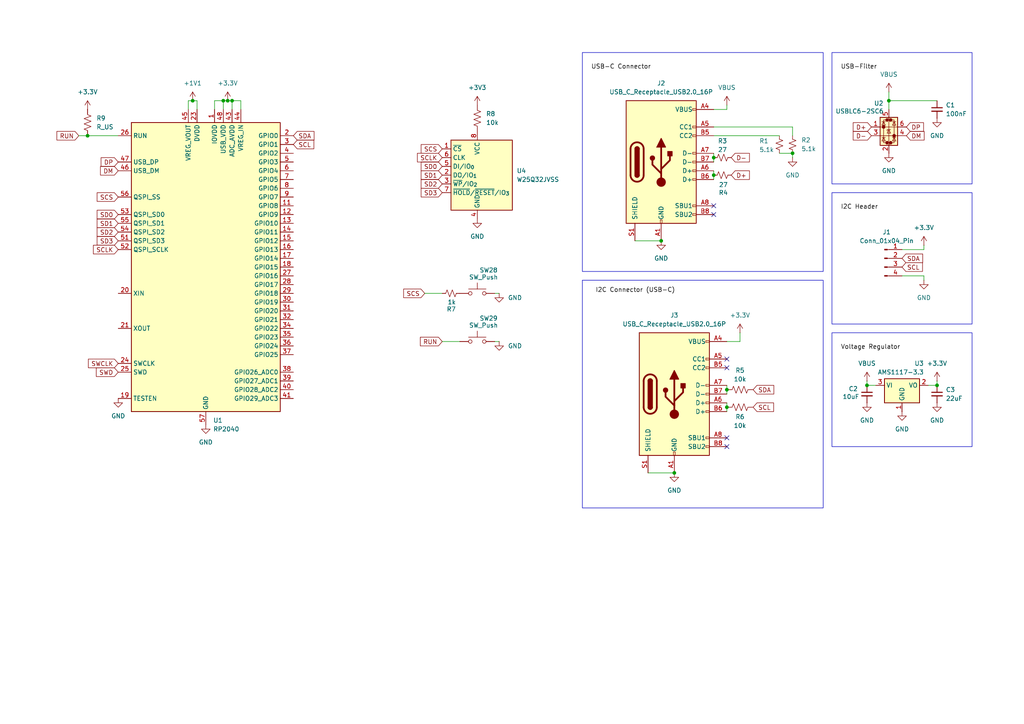
<source format=kicad_sch>
(kicad_sch (version 20250114) (generator "eeschema") (generator_version "9.0")
  (paper "A4")
  (lib_symbols
    (symbol "Connector:Conn_01x04_Pin" (pin_names (offset 1.016) (hide yes))
      (property "Reference" "J" (at 0 5.08 0))
      (property "Value" "Conn_01x04_Pin" (at 0 -7.62 0))
      (symbol "Conn_01x04_Pin_1_1"
        (rectangle (start 0.8636 2.667) (end 0 2.413) (stroke (width 0.1524)) (fill (type outline)))
        (rectangle (start 0.8636 0.127) (end 0 -0.127) (stroke (width 0.1524)) (fill (type outline)))
        (rectangle (start 0.8636 -2.413) (end 0 -2.667) (stroke (width 0.1524)) (fill (type outline)))
        (rectangle (start 0.8636 -4.953) (end 0 -5.207) (stroke (width 0.1524)) (fill (type outline)))
        (polyline (pts (xy 1.27 2.54) (xy 0.8636 2.54)) (stroke (width 0.1524)))
        (polyline (pts (xy 1.27 0) (xy 0.8636 0)) (stroke (width 0.1524)))
        (polyline (pts (xy 1.27 -2.54) (xy 0.8636 -2.54)) (stroke (width 0.1524)))
        (polyline (pts (xy 1.27 -5.08) (xy 0.8636 -5.08)) (stroke (width 0.1524)))
        (pin passive line (at 5.08 2.54 180) (length 3.81) (name "Pin_1") (number "1"))
        (pin passive line (at 5.08 0 180) (length 3.81) (name "Pin_2") (number "2"))
        (pin passive line (at 5.08 -2.54 180) (length 3.81) (name "Pin_3") (number "3"))
        (pin passive line (at 5.08 -5.08 180) (length 3.81) (name "Pin_4") (number "4"))
      )
    )
    (symbol "Connector:USB_C_Receptacle_USB2.0_16P" (pin_names (offset 1.016))
      (property "Reference" "J" (at 0 22.225 0))
      (property "Value" "USB_C_Receptacle_USB2.0_16P" (at 0 19.685 0))
      (symbol "USB_C_Receptacle_USB2.0_16P_0_0"
        (rectangle (start -0.254 -17.78) (end 0.254 -16.764))
        (rectangle (start 10.16 15.494) (end 9.144 14.986))
        (rectangle (start 10.16 10.414) (end 9.144 9.906))
        (rectangle (start 10.16 7.874) (end 9.144 7.366))
        (rectangle (start 10.16 2.794) (end 9.144 2.286))
        (rectangle (start 10.16 0.254) (end 9.144 -0.254))
        (rectangle (start 10.16 -2.286) (end 9.144 -2.794))
        (rectangle (start 10.16 -4.826) (end 9.144 -5.334))
        (rectangle (start 10.16 -12.446) (end 9.144 -12.954))
        (rectangle (start 10.16 -14.986) (end 9.144 -15.494))
      )
      (symbol "USB_C_Receptacle_USB2.0_16P_0_1"
        (rectangle (start -10.16 17.78) (end 10.16 -17.78) (stroke (width 0.254)) (fill (type background)))
        (polyline (pts (xy -8.89 -3.81) (xy -8.89 3.81)) (stroke (width 0.508)))
        (rectangle (start -7.62 -3.81) (end -6.35 3.81) (stroke (width 0.254)) (fill (type outline)))
        (arc (start -7.62 3.81) (mid -6.985 4.4423) (end -6.35 3.81) (stroke (width 0.254)))
        (arc (start -7.62 3.81) (mid -6.985 4.4423) (end -6.35 3.81) (stroke (width 0.254)) (fill (type outline)))
        (arc (start -8.89 3.81) (mid -6.985 5.7067) (end -5.08 3.81) (stroke (width 0.508)))
        (arc (start -5.08 -3.81) (mid -6.985 -5.7067) (end -8.89 -3.81) (stroke (width 0.508)))
        (arc (start -6.35 -3.81) (mid -6.985 -4.4423) (end -7.62 -3.81) (stroke (width 0.254)))
        (arc (start -6.35 -3.81) (mid -6.985 -4.4423) (end -7.62 -3.81) (stroke (width 0.254)) (fill (type outline)))
        (polyline (pts (xy -5.08 3.81) (xy -5.08 -3.81)) (stroke (width 0.508)))
        (circle (center -2.54 1.143) (radius 0.635) (stroke (width 0.254)) (fill (type outline)))
        (polyline (pts (xy -1.27 4.318) (xy 0 6.858) (xy 1.27 4.318) (xy -1.27 4.318)) (stroke (width 0.254)) (fill (type outline)))
        (polyline (pts (xy 0 -2.032) (xy 2.54 0.508) (xy 2.54 1.778)) (stroke (width 0.508)))
        (polyline (pts (xy 0 -3.302) (xy -2.54 -0.762) (xy -2.54 0.508)) (stroke (width 0.508)))
        (polyline (pts (xy 0 -5.842) (xy 0 4.318)) (stroke (width 0.508)))
        (circle (center 0 -5.842) (radius 1.27) (fill (type outline)))
        (rectangle (start 1.905 1.778) (end 3.175 3.048) (stroke (width 0.254)) (fill (type outline)))
      )
      (symbol "USB_C_Receptacle_USB2.0_16P_1_1"
        (pin passive line (at -7.62 -22.86 90) (length 5.08) (name "SHIELD") (number "S1"))
        (pin passive line (at 0 -22.86 90) (length 5.08) (name "GND") (number "A1"))
        (pin passive line (at 0 -22.86 90) (length 5.08) (hide yes) (name "GND") (number "A12"))
        (pin passive line (at 0 -22.86 90) (length 5.08) (hide yes) (name "GND") (number "B1"))
        (pin passive line (at 0 -22.86 90) (length 5.08) (hide yes) (name "GND") (number "B12"))
        (pin passive line (at 15.24 15.24 180) (length 5.08) (name "VBUS") (number "A4"))
        (pin passive line (at 15.24 15.24 180) (length 5.08) (hide yes) (name "VBUS") (number "A9"))
        (pin passive line (at 15.24 15.24 180) (length 5.08) (hide yes) (name "VBUS") (number "B4"))
        (pin passive line (at 15.24 15.24 180) (length 5.08) (hide yes) (name "VBUS") (number "B9"))
        (pin bidirectional line (at 15.24 10.16 180) (length 5.08) (name "CC1") (number "A5"))
        (pin bidirectional line (at 15.24 7.62 180) (length 5.08) (name "CC2") (number "B5"))
        (pin bidirectional line (at 15.24 2.54 180) (length 5.08) (name "D-") (number "A7"))
        (pin bidirectional line (at 15.24 0 180) (length 5.08) (name "D-") (number "B7"))
        (pin bidirectional line (at 15.24 -2.54 180) (length 5.08) (name "D+") (number "A6"))
        (pin bidirectional line (at 15.24 -5.08 180) (length 5.08) (name "D+") (number "B6"))
        (pin bidirectional line (at 15.24 -12.7 180) (length 5.08) (name "SBU1") (number "A8"))
        (pin bidirectional line (at 15.24 -15.24 180) (length 5.08) (name "SBU2") (number "B8"))
      )
    )
    (symbol "Device:C_Small" (pin_numbers (hide yes)) (pin_names (offset 0.254) (hide yes))
      (property "Reference" "C" (at 0.254 1.778 0))
      (property "Value" "C_Small" (at 0.254 -2.032 0))
      (symbol "C_Small_0_1"
        (polyline (pts (xy -1.524 0.508) (xy 1.524 0.508)) (stroke (width 0.3048)))
        (polyline (pts (xy -1.524 -0.508) (xy 1.524 -0.508)) (stroke (width 0.3302)))
      )
      (symbol "C_Small_1_1"
        (pin passive line (at 0 2.54 270) (length 2.032) (name "~") (number "1"))
        (pin passive line (at 0 -2.54 90) (length 2.032) (name "~") (number "2"))
      )
    )
    (symbol "Device:R_Small_US" (pin_numbers (hide yes)) (pin_names (offset 0.254) (hide yes))
      (property "Reference" "R" (at 0.762 0.508 0))
      (property "Value" "R_Small_US" (at 0.762 -1.016 0))
      (symbol "R_Small_US_1_1"
        (polyline (pts (xy 0 1.524) (xy 1.016 1.143) (xy 0 0.762) (xy -1.016 0.381) (xy 0 0)))
        (polyline (pts (xy 0 0) (xy 1.016 -0.381) (xy 0 -0.762) (xy -1.016 -1.143) (xy 0 -1.524)))
        (pin passive line (at 0 2.54 270) (length 1.016) (name "~") (number "1"))
        (pin passive line (at 0 -2.54 90) (length 1.016) (name "~") (number "2"))
      )
    )
    (symbol "Device:R_US" (pin_numbers (hide yes)) (pin_names (offset 0))
      (property "Reference" "R" (at 2.54 0 90))
      (property "Value" "R_US" (at -2.54 0 90))
      (symbol "R_US_0_1"
        (polyline (pts (xy 0 2.286) (xy 0 2.54)))
        (polyline (pts (xy 0 2.286) (xy 1.016 1.905) (xy 0 1.524) (xy -1.016 1.143) (xy 0 0.762)))
        (polyline (pts (xy 0 0.762) (xy 1.016 0.381) (xy 0 0) (xy -1.016 -0.381) (xy 0 -0.762)))
        (polyline (pts (xy 0 -0.762) (xy 1.016 -1.143) (xy 0 -1.524) (xy -1.016 -1.905) (xy 0 -2.286)))
        (polyline (pts (xy 0 -2.286) (xy 0 -2.54)))
      )
      (symbol "R_US_1_1"
        (pin passive line (at 0 3.81 270) (length 1.27) (name "~") (number "1"))
        (pin passive line (at 0 -3.81 90) (length 1.27) (name "~") (number "2"))
      )
    )
    (symbol "MCU_RaspberryPi:RP2040"
      (property "Reference" "U" (at 17.78 45.72 0))
      (property "Value" "RP2040" (at 17.78 43.18 0))
      (symbol "RP2040_0_1"
        (rectangle (start -21.59 41.91) (end 21.59 -41.91) (stroke (width 0.254)) (fill (type background)))
      )
      (symbol "RP2040_1_1"
        (pin input line (at -25.4 38.1 0) (length 3.81) (name "RUN") (number "26"))
        (pin bidirectional line (at -25.4 30.48 0) (length 3.81) (name "USB_DP") (number "47"))
        (pin bidirectional line (at -25.4 27.94 0) (length 3.81) (name "USB_DM") (number "46"))
        (pin bidirectional line (at -25.4 20.32 0) (length 3.81) (name "QSPI_SS") (number "56"))
        (pin bidirectional line (at -25.4 15.24 0) (length 3.81) (name "QSPI_SD0") (number "53"))
        (pin bidirectional line (at -25.4 12.7 0) (length 3.81) (name "QSPI_SD1") (number "55"))
        (pin bidirectional line (at -25.4 10.16 0) (length 3.81) (name "QSPI_SD2") (number "54"))
        (pin bidirectional line (at -25.4 7.62 0) (length 3.81) (name "QSPI_SD3") (number "51"))
        (pin output line (at -25.4 5.08 0) (length 3.81) (name "QSPI_SCLK") (number "52"))
        (pin input line (at -25.4 -7.62 0) (length 3.81) (name "XIN") (number "20"))
        (pin passive line (at -25.4 -17.78 0) (length 3.81) (name "XOUT") (number "21"))
        (pin input line (at -25.4 -27.94 0) (length 3.81) (name "SWCLK") (number "24"))
        (pin bidirectional line (at -25.4 -30.48 0) (length 3.81) (name "SWD") (number "25"))
        (pin input line (at -25.4 -38.1 0) (length 3.81) (name "TESTEN") (number "19"))
        (pin power_out line (at -5.08 45.72 270) (length 3.81) (name "VREG_VOUT") (number "45"))
        (pin power_in line (at -2.54 45.72 270) (length 3.81) (name "DVDD") (number "23"))
        (pin passive line (at -2.54 45.72 270) (length 3.81) (hide yes) (name "DVDD") (number "50"))
        (pin power_in line (at 0 -45.72 90) (length 3.81) (name "GND") (number "57"))
        (pin power_in line (at 2.54 45.72 270) (length 3.81) (name "IOVDD") (number "1"))
        (pin passive line (at 2.54 45.72 270) (length 3.81) (hide yes) (name "IOVDD") (number "10"))
        (pin passive line (at 2.54 45.72 270) (length 3.81) (hide yes) (name "IOVDD") (number "22"))
        (pin passive line (at 2.54 45.72 270) (length 3.81) (hide yes) (name "IOVDD") (number "33"))
        (pin passive line (at 2.54 45.72 270) (length 3.81) (hide yes) (name "IOVDD") (number "42"))
        (pin passive line (at 2.54 45.72 270) (length 3.81) (hide yes) (name "IOVDD") (number "49"))
        (pin power_in line (at 5.08 45.72 270) (length 3.81) (name "USB_VDD") (number "48"))
        (pin power_in line (at 7.62 45.72 270) (length 3.81) (name "ADC_AVDD") (number "43"))
        (pin power_in line (at 10.16 45.72 270) (length 3.81) (name "VREG_IN") (number "44"))
        (pin bidirectional line (at 25.4 38.1 180) (length 3.81) (name "GPIO0") (number "2"))
        (pin bidirectional line (at 25.4 35.56 180) (length 3.81) (name "GPIO1") (number "3"))
        (pin bidirectional line (at 25.4 33.02 180) (length 3.81) (name "GPIO2") (number "4"))
        (pin bidirectional line (at 25.4 30.48 180) (length 3.81) (name "GPIO3") (number "5"))
        (pin bidirectional line (at 25.4 27.94 180) (length 3.81) (name "GPIO4") (number "6"))
        (pin bidirectional line (at 25.4 25.4 180) (length 3.81) (name "GPIO5") (number "7"))
        (pin bidirectional line (at 25.4 22.86 180) (length 3.81) (name "GPIO6") (number "8"))
        (pin bidirectional line (at 25.4 20.32 180) (length 3.81) (name "GPIO7") (number "9"))
        (pin bidirectional line (at 25.4 17.78 180) (length 3.81) (name "GPIO8") (number "11"))
        (pin bidirectional line (at 25.4 15.24 180) (length 3.81) (name "GPIO9") (number "12"))
        (pin bidirectional line (at 25.4 12.7 180) (length 3.81) (name "GPIO10") (number "13"))
        (pin bidirectional line (at 25.4 10.16 180) (length 3.81) (name "GPIO11") (number "14"))
        (pin bidirectional line (at 25.4 7.62 180) (length 3.81) (name "GPIO12") (number "15"))
        (pin bidirectional line (at 25.4 5.08 180) (length 3.81) (name "GPIO13") (number "16"))
        (pin bidirectional line (at 25.4 2.54 180) (length 3.81) (name "GPIO14") (number "17"))
        (pin bidirectional line (at 25.4 0 180) (length 3.81) (name "GPIO15") (number "18"))
        (pin bidirectional line (at 25.4 -2.54 180) (length 3.81) (name "GPIO16") (number "27"))
        (pin bidirectional line (at 25.4 -5.08 180) (length 3.81) (name "GPIO17") (number "28"))
        (pin bidirectional line (at 25.4 -7.62 180) (length 3.81) (name "GPIO18") (number "29"))
        (pin bidirectional line (at 25.4 -10.16 180) (length 3.81) (name "GPIO19") (number "30"))
        (pin bidirectional line (at 25.4 -12.7 180) (length 3.81) (name "GPIO20") (number "31"))
        (pin bidirectional line (at 25.4 -15.24 180) (length 3.81) (name "GPIO21") (number "32"))
        (pin bidirectional line (at 25.4 -17.78 180) (length 3.81) (name "GPIO22") (number "34"))
        (pin bidirectional line (at 25.4 -20.32 180) (length 3.81) (name "GPIO23") (number "35"))
        (pin bidirectional line (at 25.4 -22.86 180) (length 3.81) (name "GPIO24") (number "36"))
        (pin bidirectional line (at 25.4 -25.4 180) (length 3.81) (name "GPIO25") (number "37"))
        (pin bidirectional line (at 25.4 -30.48 180) (length 3.81) (name "GPIO26_ADC0") (number "38"))
        (pin bidirectional line (at 25.4 -33.02 180) (length 3.81) (name "GPIO27_ADC1") (number "39"))
        (pin bidirectional line (at 25.4 -35.56 180) (length 3.81) (name "GPIO28_ADC2") (number "40"))
        (pin bidirectional line (at 25.4 -38.1 180) (length 3.81) (name "GPIO29_ADC3") (number "41"))
      )
    )
    (symbol "Memory_Flash:W25Q32JVSS"
      (property "Reference" "U" (at -6.35 11.43 0))
      (property "Value" "W25Q32JVSS" (at 7.62 11.43 0))
      (symbol "W25Q32JVSS_0_1"
        (rectangle (start -7.62 10.16) (end 10.16 -10.16) (stroke (width 0.254)) (fill (type background)))
      )
      (symbol "W25Q32JVSS_1_1"
        (pin input line (at -10.16 7.62 0) (length 2.54) (name "~{CS}") (number "1"))
        (pin input line (at -10.16 5.08 0) (length 2.54) (name "CLK") (number "6"))
        (pin bidirectional line (at -10.16 2.54 0) (length 2.54) (name "DI/IO_{0}") (number "5"))
        (pin bidirectional line (at -10.16 0 0) (length 2.54) (name "DO/IO_{1}") (number "2"))
        (pin bidirectional line (at -10.16 -2.54 0) (length 2.54) (name "~{WP}/IO_{2}") (number "3"))
        (pin bidirectional line (at -10.16 -5.08 0) (length 2.54) (name "~{HOLD}/~{RESET}/IO_{3}") (number "7"))
        (pin power_in line (at 0 12.7 270) (length 2.54) (name "VCC") (number "8"))
        (pin power_in line (at 0 -12.7 90) (length 2.54) (name "GND") (number "4"))
      )
    )
    (symbol "Power_Protection:USBLC6-2SC6" (pin_names (hide yes))
      (property "Reference" "U" (at 0.635 5.715 0))
      (property "Value" "USBLC6-2SC6" (at 0.635 3.81 0))
      (symbol "USBLC6-2SC6_0_0"
        (circle (center -1.524 0) (radius 0.0001) (stroke (width 0.508)))
        (circle (center -0.508 2.032) (radius 0.0001) (stroke (width 0.508)))
        (circle (center -0.508 -4.572) (radius 0.0001) (stroke (width 0.508)))
        (circle (center 0.508 2.032) (radius 0.0001) (stroke (width 0.508)))
        (circle (center 0.508 -4.572) (radius 0.0001) (stroke (width 0.508)))
        (circle (center 1.524 -2.54) (radius 0.0001) (stroke (width 0.508)))
      )
      (symbol "USBLC6-2SC6_0_1"
        (polyline (pts (xy -2.54 0) (xy 2.54 0)))
        (polyline (pts (xy -2.54 -2.54) (xy 2.54 -2.54)))
        (polyline (pts (xy -2.032 0.508) (xy -1.016 0.508) (xy -1.524 1.524) (xy -2.032 0.508)))
        (polyline (pts (xy -2.032 -3.048) (xy -1.016 -3.048)))
        (polyline (pts (xy -1.016 1.524) (xy -2.032 1.524)))
        (polyline (pts (xy -1.016 -4.064) (xy -2.032 -4.064) (xy -1.524 -3.048) (xy -1.016 -4.064)))
        (polyline (pts (xy -0.508 -1.143) (xy -0.508 -0.762) (xy 0.508 -0.762)))
        (polyline (pts (xy 0 2.54) (xy -0.508 2.032) (xy 0.508 2.032) (xy 0 1.524) (xy 0 -4.064) (xy -0.508 -4.572) (xy 0.508 -4.572) (xy 0 -5.08)))
        (polyline (pts (xy 0.508 -1.778) (xy -0.508 -1.778) (xy 0 -0.762) (xy 0.508 -1.778)))
        (polyline (pts (xy 1.016 1.524) (xy 2.032 1.524)))
        (polyline (pts (xy 1.016 -3.048) (xy 2.032 -3.048)))
        (polyline (pts (xy 2.032 0.508) (xy 1.016 0.508) (xy 1.524 1.524) (xy 2.032 0.508)))
        (polyline (pts (xy 2.032 -4.064) (xy 1.016 -4.064) (xy 1.524 -3.048) (xy 2.032 -4.064)))
      )
      (symbol "USBLC6-2SC6_1_1"
        (rectangle (start -2.54 2.794) (end 2.54 -5.334) (stroke (width 0.254)) (fill (type background)))
        (polyline (pts (xy -0.508 2.032) (xy -1.524 2.032) (xy -1.524 -4.572) (xy -0.508 -4.572)))
        (polyline (pts (xy 0.508 -4.572) (xy 1.524 -4.572) (xy 1.524 2.032) (xy 0.508 2.032)))
        (pin passive line (at -5.08 0 0) (length 2.54) (name "I/O1") (number "1"))
        (pin passive line (at -5.08 -2.54 0) (length 2.54) (name "I/O2") (number "3"))
        (pin passive line (at 0 5.08 270) (length 2.54) (name "VBUS") (number "5"))
        (pin passive line (at 0 -7.62 90) (length 2.54) (name "GND") (number "2"))
        (pin passive line (at 5.08 0 180) (length 2.54) (name "I/O1") (number "6"))
        (pin passive line (at 5.08 -2.54 180) (length 2.54) (name "I/O2") (number "4"))
      )
    )
    (symbol "Regulator_Linear:AMS1117-3.3"
      (property "Reference" "U" (at -3.81 3.175 0))
      (property "Value" "AMS1117-3.3" (at 0 3.175 0))
      (symbol "AMS1117-3.3_0_1"
        (rectangle (start -5.08 -5.08) (end 5.08 1.905) (stroke (width 0.254)) (fill (type background)))
      )
      (symbol "AMS1117-3.3_1_1"
        (pin power_in line (at -7.62 0 0) (length 2.54) (name "VI") (number "3"))
        (pin power_in line (at 0 -7.62 90) (length 2.54) (name "GND") (number "1"))
        (pin power_out line (at 7.62 0 180) (length 2.54) (name "VO") (number "2"))
      )
    )
    (symbol "Switch:SW_Push" (pin_numbers (hide yes)) (pin_names (offset 1.016) (hide yes))
      (property "Reference" "SW" (at 1.27 2.54 0))
      (property "Value" "SW_Push" (at 0 -1.524 0))
      (symbol "SW_Push_0_1"
        (circle (center -2.032 0) (radius 0.508))
        (polyline (pts (xy 0 1.27) (xy 0 3.048)))
        (circle (center 2.032 0) (radius 0.508))
        (polyline (pts (xy 2.54 1.27) (xy -2.54 1.27)))
        (pin passive line (at -5.08 0 0) (length 2.54) (name "1") (number "1"))
        (pin passive line (at 5.08 0 180) (length 2.54) (name "2") (number "2"))
      )
    )
    (symbol "power:+1V1" (power) (pin_numbers (hide yes)) (pin_names (offset 0) (hide yes))
      (property "Value" "+1V1" (at 0 3.556 0))
      (symbol "+1V1_0_1"
        (polyline (pts (xy -0.762 1.27) (xy 0 2.54)))
        (polyline (pts (xy 0 2.54) (xy 0.762 1.27)))
        (polyline (pts (xy 0 0) (xy 0 2.54)))
      )
      (symbol "+1V1_1_1"
        (pin power_in line (at 0 0 90) (length 0) (name "~") (number "1"))
      )
    )
    (symbol "power:+3.3V" (power) (pin_numbers (hide yes)) (pin_names (offset 0) (hide yes))
      (property "Value" "+3.3V" (at 0 3.556 0))
      (symbol "+3.3V_0_1"
        (polyline (pts (xy -0.762 1.27) (xy 0 2.54)))
        (polyline (pts (xy 0 2.54) (xy 0.762 1.27)))
        (polyline (pts (xy 0 0) (xy 0 2.54)))
      )
      (symbol "+3.3V_1_1"
        (pin power_in line (at 0 0 90) (length 0) (name "~") (number "1"))
      )
    )
    (symbol "power:+3V3" (power) (pin_numbers (hide yes)) (pin_names (offset 0) (hide yes))
      (property "Value" "+3V3" (at 0 3.556 0))
      (symbol "+3V3_0_1"
        (polyline (pts (xy -0.762 1.27) (xy 0 2.54)))
        (polyline (pts (xy 0 2.54) (xy 0.762 1.27)))
        (polyline (pts (xy 0 0) (xy 0 2.54)))
      )
      (symbol "+3V3_1_1"
        (pin power_in line (at 0 0 90) (length 0) (name "~") (number "1"))
      )
    )
    (symbol "power:GND" (power) (pin_numbers (hide yes)) (pin_names (offset 0) (hide yes))
      (property "Value" "GND" (at 0 -3.81 0))
      (symbol "GND_0_1"
        (polyline (pts (xy 0 0) (xy 0 -1.27) (xy 1.27 -1.27) (xy 0 -2.54) (xy -1.27 -1.27) (xy 0 -1.27)))
      )
      (symbol "GND_1_1"
        (pin power_in line (at 0 0 270) (length 0) (name "~") (number "1"))
      )
    )
    (symbol "power:VBUS" (power) (pin_numbers (hide yes)) (pin_names (offset 0) (hide yes))
      (property "Value" "VBUS" (at 0 3.556 0))
      (symbol "VBUS_0_1"
        (polyline (pts (xy -0.762 1.27) (xy 0 2.54)))
        (polyline (pts (xy 0 2.54) (xy 0.762 1.27)))
        (polyline (pts (xy 0 0) (xy 0 2.54)))
      )
      (symbol "VBUS_1_1"
        (pin power_in line (at 0 0 90) (length 0) (name "~") (number "1"))
      )
    )
  )
  (rectangle (start 168.91 15.24) (end 238.76 78.74))
  (rectangle (start 168.91 81.28) (end 238.76 147.32))
  (rectangle (start 241.3 55.88) (end 281.94 93.98))
  (rectangle (start 241.3 96.52) (end 281.94 129.54))
  (rectangle (start 241.3 15.24) (end 281.94 53.34))
  (junction (at 251.46 111.76))
  (junction (at 25.4 39.37))
  (junction (at 210.82 118.11))
  (junction (at 229.87 44.45))
  (junction (at 210.82 113.03))
  (junction (at 67.31 29.21))
  (junction (at 66.04 29.21))
  (junction (at 257.81 29.21))
  (junction (at 191.77 69.85))
  (junction (at 195.58 137.16))
  (junction (at 64.77 29.21))
  (junction (at 271.78 111.76))
  (junction (at 207.01 45.72))
  (junction (at 207.01 50.8))
  (junction (at 55.88 29.21))
  (no_connect (at 207.01 62.23))
  (no_connect (at 210.82 106.68))
  (no_connect (at 207.01 59.69))
  (no_connect (at 210.82 129.54))
  (no_connect (at 210.82 127))
  (no_connect (at 210.82 104.14))
  (wire (pts (xy 207.01 31.75) (xy 210.82 31.75)))
  (wire (pts (xy 184.15 69.85) (xy 191.77 69.85)))
  (wire (pts (xy 144.78 85.09) (xy 143.51 85.09)))
  (wire (pts (xy 257.81 29.21) (xy 257.81 31.75)))
  (wire (pts (xy 229.87 44.45) (xy 226.06 44.45)))
  (wire (pts (xy 257.81 26.67) (xy 257.81 29.21)))
  (wire (pts (xy 187.96 137.16) (xy 195.58 137.16)))
  (wire (pts (xy 261.62 80.01) (xy 267.97 80.01)))
  (wire (pts (xy 57.15 29.21) (xy 57.15 31.75)))
  (wire (pts (xy 214.63 99.06) (xy 214.63 96.52)))
  (wire (pts (xy 229.87 45.72) (xy 229.87 44.45)))
  (wire (pts (xy 269.24 111.76) (xy 271.78 111.76)))
  (wire (pts (xy 62.23 29.21) (xy 64.77 29.21)))
  (wire (pts (xy 210.82 118.11) (xy 210.82 119.38)))
  (wire (pts (xy 267.97 80.01) (xy 267.97 81.28)))
  (wire (pts (xy 271.78 110.49) (xy 271.78 111.76)))
  (wire (pts (xy 67.31 29.21) (xy 69.85 29.21)))
  (wire (pts (xy 69.85 31.75) (xy 69.85 29.21)))
  (wire (pts (xy 55.88 29.21) (xy 57.15 29.21)))
  (wire (pts (xy 144.78 99.06) (xy 143.51 99.06)))
  (wire (pts (xy 123.19 85.09) (xy 128.27 85.09)))
  (wire (pts (xy 210.82 113.03) (xy 210.82 114.3)))
  (wire (pts (xy 251.46 110.49) (xy 251.46 111.76)))
  (wire (pts (xy 207.01 49.53) (xy 207.01 50.8)))
  (wire (pts (xy 207.01 45.72) (xy 207.01 46.99)))
  (wire (pts (xy 229.87 36.83) (xy 229.87 39.37)))
  (wire (pts (xy 66.04 29.21) (xy 67.31 29.21)))
  (wire (pts (xy 257.81 29.21) (xy 271.78 29.21)))
  (wire (pts (xy 267.97 72.39) (xy 267.97 71.12)))
  (wire (pts (xy 261.62 72.39) (xy 267.97 72.39)))
  (wire (pts (xy 207.01 50.8) (xy 207.01 52.07)))
  (wire (pts (xy 128.27 99.06) (xy 133.35 99.06)))
  (wire (pts (xy 25.4 39.37) (xy 34.29 39.37)))
  (wire (pts (xy 22.86 39.37) (xy 25.4 39.37)))
  (wire (pts (xy 207.01 39.37) (xy 226.06 39.37)))
  (wire (pts (xy 210.82 99.06) (xy 214.63 99.06)))
  (wire (pts (xy 62.23 31.75) (xy 62.23 29.21)))
  (wire (pts (xy 67.31 29.21) (xy 67.31 31.75)))
  (wire (pts (xy 207.01 44.45) (xy 207.01 45.72)))
  (wire (pts (xy 210.82 31.75) (xy 210.82 30.48)))
  (wire (pts (xy 207.01 36.83) (xy 229.87 36.83)))
  (wire (pts (xy 210.82 111.76) (xy 210.82 113.03)))
  (wire (pts (xy 251.46 111.76) (xy 254 111.76)))
  (wire (pts (xy 64.77 29.21) (xy 66.04 29.21)))
  (wire (pts (xy 64.77 29.21) (xy 64.77 31.75)))
  (wire (pts (xy 54.61 29.21) (xy 55.88 29.21)))
  (wire (pts (xy 54.61 31.75) (xy 54.61 29.21)))
  (wire (pts (xy 210.82 116.84) (xy 210.82 118.11)))
  (label "I2C Header" (at 243.84 60.96 0))
  (label "USB-C Connector" (at 171.45 20.32 0))
  (label "I2C Connector (USB-C)" (at 172.72 85.09 0))
  (label "Voltage Regulator" (at 243.84 101.6 0))
  (label "USB-Filter" (at 243.84 20.32 0))
  (global_label "D-" (shape input) (at 212.09 45.72 0) (property "Intersheetrefs" "${INTERSHEET_REFS}" (effects (hide yes))))
  (global_label "SD0" (shape input) (at 34.29 62.23 180) (property "Intersheetrefs" "${INTERSHEET_REFS}" (effects (hide yes))))
  (global_label "D+" (shape input) (at 212.09 50.8 0) (property "Intersheetrefs" "${INTERSHEET_REFS}" (effects (hide yes))))
  (global_label "DP" (shape input) (at 34.29 46.99 180) (property "Intersheetrefs" "${INTERSHEET_REFS}" (effects (hide yes))))
  (global_label "SCLK" (shape input) (at 34.29 72.39 180) (property "Intersheetrefs" "${INTERSHEET_REFS}" (effects (hide yes))))
  (global_label "SCS" (shape input) (at 128.27 43.18 180) (property "Intersheetrefs" "${INTERSHEET_REFS}" (effects (hide yes))))
  (global_label "SD3" (shape input) (at 128.27 55.88 180) (property "Intersheetrefs" "${INTERSHEET_REFS}" (effects (hide yes))))
  (global_label "SCL" (shape input) (at 261.62 77.47 0) (property "Intersheetrefs" "${INTERSHEET_REFS}" (effects (hide yes))))
  (global_label "SDA" (shape input) (at 85.09 39.37 0) (property "Intersheetrefs" "${INTERSHEET_REFS}" (effects (hide yes))))
  (global_label "SD1" (shape input) (at 128.27 50.8 180) (property "Intersheetrefs" "${INTERSHEET_REFS}" (effects (hide yes))))
  (global_label "RUN" (shape input) (at 128.27 99.06 180) (property "Intersheetrefs" "${INTERSHEET_REFS}" (effects (hide yes))))
  (global_label "SD0" (shape input) (at 128.27 48.26 180) (property "Intersheetrefs" "${INTERSHEET_REFS}" (effects (hide yes))))
  (global_label "SD2" (shape input) (at 128.27 53.34 180) (property "Intersheetrefs" "${INTERSHEET_REFS}" (effects (hide yes))))
  (global_label "SCS" (shape input) (at 34.29 57.15 180) (property "Intersheetrefs" "${INTERSHEET_REFS}" (effects (hide yes))))
  (global_label "DP" (shape input) (at 262.89 36.83 0) (property "Intersheetrefs" "${INTERSHEET_REFS}" (effects (hide yes))))
  (global_label "SCLK" (shape input) (at 128.27 45.72 180) (property "Intersheetrefs" "${INTERSHEET_REFS}" (effects (hide yes))))
  (global_label "SWCLK" (shape input) (at 34.29 105.41 180) (property "Intersheetrefs" "${INTERSHEET_REFS}" (effects (hide yes))))
  (global_label "SCL" (shape input) (at 85.09 41.91 0) (property "Intersheetrefs" "${INTERSHEET_REFS}" (effects (hide yes))))
  (global_label "DM" (shape input) (at 262.89 39.37 0) (property "Intersheetrefs" "${INTERSHEET_REFS}" (effects (hide yes))))
  (global_label "SDA" (shape input) (at 218.44 113.03 0) (property "Intersheetrefs" "${INTERSHEET_REFS}" (effects (hide yes))))
  (global_label "SWD" (shape input) (at 34.29 107.95 180) (property "Intersheetrefs" "${INTERSHEET_REFS}" (effects (hide yes))))
  (global_label "SD2" (shape input) (at 34.29 67.31 180) (property "Intersheetrefs" "${INTERSHEET_REFS}" (effects (hide yes))))
  (global_label "SD1" (shape input) (at 34.29 64.77 180) (property "Intersheetrefs" "${INTERSHEET_REFS}" (effects (hide yes))))
  (global_label "D+" (shape input) (at 252.73 36.83 180) (property "Intersheetrefs" "${INTERSHEET_REFS}" (effects (hide yes))))
  (global_label "SCS" (shape input) (at 123.19 85.09 180) (property "Intersheetrefs" "${INTERSHEET_REFS}" (effects (hide yes))))
  (global_label "RUN" (shape input) (at 22.86 39.37 180) (property "Intersheetrefs" "${INTERSHEET_REFS}" (effects (hide yes))))
  (global_label "D-" (shape input) (at 252.73 39.37 180) (property "Intersheetrefs" "${INTERSHEET_REFS}" (effects (hide yes))))
  (global_label "DM" (shape input) (at 34.29 49.53 180) (property "Intersheetrefs" "${INTERSHEET_REFS}" (effects (hide yes))))
  (global_label "SD3" (shape input) (at 34.29 69.85 180) (property "Intersheetrefs" "${INTERSHEET_REFS}" (effects (hide yes))))
  (global_label "SDA" (shape input) (at 261.62 74.93 0) (property "Intersheetrefs" "${INTERSHEET_REFS}" (effects (hide yes))))
  (global_label "SCL" (shape input) (at 218.44 118.11 0) (property "Intersheetrefs" "${INTERSHEET_REFS}" (effects (hide yes))))
  (symbol (lib_id "power:GND") (at 191.77 69.85 0) (unit 1)
    (property "Reference" "#PWR03" (effects (hide yes)))
    (property "Value" "GND" (at 191.77 74.93 0))
    (property "Description" "Power symbol creates a global label with name \"GND\" , ground" (effects (hide yes)))
  )
  (symbol (lib_id "Regulator_Linear:AMS1117-3.3") (at 261.62 111.76 0) (unit 1)
    (property "Reference" "U3" (at 267.97 105.41 0) (effects (justify right)))
    (property "Value" "AMS1117-3.3" (at 267.97 107.95 0) (effects (justify right)))
    (property "Footprint" "Package_TO_SOT_SMD:SOT-223-3_TabPin2" (effects (hide yes)))
    (property "Datasheet" "http://www.advanced-monolithic.com/pdf/ds1117.pdf" (effects (hide yes)))
    (property "Description" "1A Low Dropout regulator, positive, 3.3V fixed output, SOT-223" (effects (hide yes)))
  )
  (symbol (lib_id "Connector:USB_C_Receptacle_USB2.0_16P") (at 195.58 114.3 0) (unit 1)
    (property "Reference" "J3" (at 195.58 91.44 0))
    (property "Value" "USB_C_Receptacle_USB2.0_16P" (at 195.58 93.98 0))
    (property "Datasheet" "https://www.usb.org/sites/default/files/documents/usb_type-c.zip" (effects (hide yes)))
    (property "Description" "USB 2.0-only 16P Type-C Receptacle connector" (effects (hide yes)))
  )
  (symbol (lib_id "power:GND") (at 271.78 116.84 0) (unit 1)
    (property "Reference" "#PWR014" (effects (hide yes)))
    (property "Value" "GND" (at 271.78 121.92 0))
    (property "Description" "Power symbol creates a global label with name \"GND\" , ground" (effects (hide yes)))
  )
  (symbol (lib_id "power:+3V3") (at 138.43 30.48 0) (unit 1)
    (property "Reference" "#PWR017" (effects (hide yes)))
    (property "Value" "+3V3" (at 138.43 25.4 0))
    (property "Description" "Power symbol creates a global label with name \"+3V3\"" (effects (hide yes)))
  )
  (symbol (lib_id "power:GND") (at 261.62 119.38 0) (unit 1)
    (property "Reference" "#PWR011" (effects (hide yes)))
    (property "Value" "GND" (at 261.62 124.46 0))
    (property "Description" "Power symbol creates a global label with name \"GND\" , ground" (effects (hide yes)))
  )
  (symbol (lib_id "power:+3.3V") (at 267.97 71.12 0) (unit 1)
    (property "Reference" "#PWR01" (effects (hide yes)))
    (property "Value" "+3.3V" (at 267.97 66.04 0))
    (property "Description" "Power symbol creates a global label with name \"+3.3V\"" (effects (hide yes)))
  )
  (symbol (lib_id "Device:R_US") (at 214.63 113.03 270) (unit 1)
    (property "Reference" "R5" (at 214.63 107.442 90))
    (property "Value" "10k" (at 214.63 109.982 90))
    (property "Description" "Resistor, US symbol" (effects (hide yes)))
  )
  (symbol (lib_id "power:+3.3V") (at 271.78 110.49 0) (unit 1)
    (property "Reference" "#PWR015" (effects (hide yes)))
    (property "Value" "+3.3V" (at 271.78 105.41 0))
    (property "Description" "Power symbol creates a global label with name \"+3.3V\"" (effects (hide yes)))
  )
  (symbol (lib_id "Connector:USB_C_Receptacle_USB2.0_16P") (at 191.77 46.99 0) (unit 1)
    (property "Reference" "J2" (at 191.77 24.13 0))
    (property "Value" "USB_C_Receptacle_USB2.0_16P" (at 191.77 26.67 0))
    (property "Datasheet" "https://www.usb.org/sites/default/files/documents/usb_type-c.zip" (effects (hide yes)))
    (property "Description" "USB 2.0-only 16P Type-C Receptacle connector" (effects (hide yes)))
  )
  (symbol (lib_id "power:GND") (at 138.43 63.5 0) (unit 1)
    (property "Reference" "#PWR016" (effects (hide yes)))
    (property "Value" "GND" (at 138.43 68.58 0))
    (property "Description" "Power symbol creates a global label with name \"GND\" , ground" (effects (hide yes)))
  )
  (symbol (lib_id "power:GND") (at 257.81 44.45 0) (unit 1)
    (property "Reference" "#PWR05" (effects (hide yes)))
    (property "Value" "GND" (at 257.81 49.53 0))
    (property "Description" "Power symbol creates a global label with name \"GND\" , ground" (effects (hide yes)))
  )
  (symbol (lib_id "power:+1V1") (at 55.88 29.21 0) (unit 1)
    (property "Reference" "#PWR019" (effects (hide yes)))
    (property "Value" "+1V1" (at 55.88 24.13 0))
    (property "Description" "Power symbol creates a global label with name \"+1V1\"" (effects (hide yes)))
  )
  (symbol (lib_id "power:+3.3V") (at 214.63 96.52 0) (unit 1)
    (property "Reference" "#PWR09" (effects (hide yes)))
    (property "Value" "+3.3V" (at 214.63 91.44 0))
    (property "Description" "Power symbol creates a global label with name \"+3.3V\"" (effects (hide yes)))
  )
  (symbol (lib_id "Switch:SW_Push") (at 138.43 99.06 0) (unit 1)
    (property "Reference" "SW29" (at 139.065 92.329 0) (effects (justify left)))
    (property "Value" "SW_Push" (at 136.017 94.361 0) (effects (justify left)))
    (property "Description" "Push button switch, generic, two pins" (effects (hide yes)))
  )
  (symbol (lib_id "power:GND") (at 34.29 115.57 0) (unit 1)
    (property "Reference" "#PWR024" (effects (hide yes)))
    (property "Value" "GND" (at 34.29 120.65 0))
    (property "Description" "Power symbol creates a global label with name \"GND\" , ground" (effects (hide yes)))
  )
  (symbol (lib_id "power:VBUS") (at 210.82 30.48 0) (unit 1)
    (property "Reference" "#PWR04" (effects (hide yes)))
    (property "Value" "VBUS" (at 210.82 25.4 0))
    (property "Description" "Power symbol creates a global label with name \"VBUS\"" (effects (hide yes)))
  )
  (symbol (lib_id "power:GND") (at 59.69 123.19 0) (unit 1)
    (property "Reference" "#PWR023" (effects (hide yes)))
    (property "Value" "GND" (at 59.69 128.27 0))
    (property "Description" "Power symbol creates a global label with name \"GND\" , ground" (effects (hide yes)))
  )
  (symbol (lib_id "power:GND") (at 144.78 85.09 0) (unit 1)
    (property "Reference" "#PWR018" (effects (hide yes)))
    (property "Value" "GND" (at 147.32 86.3599 0) (effects (justify left)))
    (property "Description" "Power symbol creates a global label with name \"GND\" , ground" (effects (hide yes)))
  )
  (symbol (lib_id "Device:R_Small_US") (at 229.87 41.91 0) (unit 1)
    (property "Reference" "R2" (at 232.41 40.6399 0) (effects (justify left)))
    (property "Value" "5.1k" (at 232.41 43.1799 0) (effects (justify left)))
    (property "Description" "Resistor, small US symbol" (effects (hide yes)))
  )
  (symbol (lib_id "Power_Protection:USBLC6-2SC6") (at 257.81 36.83 0) (unit 1)
    (property "Reference" "U2" (at 253.492 29.972 0) (effects (justify left)))
    (property "Value" "USBLC6-2SC6" (at 242.316 32.258 0) (effects (justify left)))
    (property "Footprint" "Package_TO_SOT_SMD:SOT-23-6" (effects (hide yes)))
    (property "Datasheet" "https://www.st.com/resource/en/datasheet/usblc6-2.pdf" (effects (hide yes)))
    (property "Description" "Very low capacitance ESD protection diode, 2 data-line, SOT-23-6" (effects (hide yes)))
  )
  (symbol (lib_id "power:GND") (at 251.46 116.84 0) (unit 1)
    (property "Reference" "#PWR013" (effects (hide yes)))
    (property "Value" "GND" (at 251.46 121.92 0))
    (property "Description" "Power symbol creates a global label with name \"GND\" , ground" (effects (hide yes)))
  )
  (symbol (lib_id "Device:R_US") (at 214.63 118.11 270) (unit 1)
    (property "Reference" "R6" (at 214.63 120.904 90))
    (property "Value" "10k" (at 214.63 123.444 90))
    (property "Description" "Resistor, US symbol" (effects (hide yes)))
  )
  (symbol (lib_id "Device:R_Small_US") (at 209.55 45.72 90) (unit 1)
    (property "Reference" "R3" (at 209.55 40.894 90))
    (property "Value" "27" (at 209.55 43.434 90))
    (property "Description" "Resistor, small US symbol" (effects (hide yes)))
  )
  (symbol (lib_id "power:+3.3V") (at 66.04 29.21 0) (unit 1)
    (property "Reference" "#PWR020" (effects (hide yes)))
    (property "Value" "+3.3V" (at 66.04 24.13 0))
    (property "Description" "Power symbol creates a global label with name \"+3.3V\"" (effects (hide yes)))
  )
  (symbol (lib_id "Device:R_Small_US") (at 130.81 85.09 270) (unit 1)
    (property "Reference" "R7" (at 129.54 89.662 90) (effects (justify left)))
    (property "Value" "1k" (at 129.794 87.63 90) (effects (justify left)))
    (property "Description" "Resistor, small US symbol" (effects (hide yes)))
  )
  (symbol (lib_id "Device:C_Small") (at 271.78 114.3 0) (unit 1)
    (property "Reference" "C3" (at 274.32 113.0362 0) (effects (justify left)))
    (property "Value" "22uF" (at 274.32 115.5762 0) (effects (justify left)))
    (property "Description" "Unpolarized capacitor, small symbol" (effects (hide yes)))
  )
  (symbol (lib_id "power:VBUS") (at 251.46 110.49 0) (unit 1)
    (property "Reference" "#PWR012" (effects (hide yes)))
    (property "Value" "VBUS" (at 251.46 105.41 0))
    (property "Description" "Power symbol creates a global label with name \"VBUS\"" (effects (hide yes)))
  )
  (symbol (lib_id "Device:R_Small_US") (at 209.55 50.8 90) (unit 1)
    (property "Reference" "R4" (at 209.804 55.88 90))
    (property "Value" "27" (at 209.804 53.594 90))
    (property "Description" "Resistor, small US symbol" (effects (hide yes)))
  )
  (symbol (lib_id "power:GND") (at 195.58 137.16 0) (unit 1)
    (property "Reference" "#PWR010" (effects (hide yes)))
    (property "Value" "GND" (at 195.58 142.24 0))
    (property "Description" "Power symbol creates a global label with name \"GND\" , ground" (effects (hide yes)))
  )
  (symbol (lib_id "Device:C_Small") (at 271.78 31.75 0) (unit 1)
    (property "Reference" "C1" (at 274.32 30.4862 0) (effects (justify left)))
    (property "Value" "100nF" (at 274.32 33.0262 0) (effects (justify left)))
    (property "Description" "Unpolarized capacitor, small symbol" (effects (hide yes)))
  )
  (symbol (lib_id "Device:R_US") (at 25.4 35.56 0) (unit 1)
    (property "Reference" "R9" (at 27.94 34.2899 0) (effects (justify left)))
    (property "Value" "R_US" (at 27.94 36.8299 0) (effects (justify left)))
    (property "Description" "Resistor, US symbol" (effects (hide yes)))
  )
  (symbol (lib_id "power:GND") (at 144.78 99.06 0) (unit 1)
    (property "Reference" "#PWR021" (effects (hide yes)))
    (property "Value" "GND" (at 147.32 100.3299 0) (effects (justify left)))
    (property "Description" "Power symbol creates a global label with name \"GND\" , ground" (effects (hide yes)))
  )
  (symbol (lib_id "power:GND") (at 267.97 81.28 0) (unit 1)
    (property "Reference" "#PWR02" (effects (hide yes)))
    (property "Value" "GND" (at 267.97 86.36 0))
    (property "Description" "Power symbol creates a global label with name \"GND\" , ground" (effects (hide yes)))
  )
  (symbol (lib_id "Switch:SW_Push") (at 138.43 85.09 0) (unit 1)
    (property "Reference" "SW28" (at 139.065 78.359 0) (effects (justify left)))
    (property "Value" "SW_Push" (at 136.017 80.391 0) (effects (justify left)))
    (property "Description" "Push button switch, generic, two pins" (effects (hide yes)))
  )
  (symbol (lib_id "power:GND") (at 271.78 34.29 0) (unit 1)
    (property "Reference" "#PWR06" (effects (hide yes)))
    (property "Value" "GND" (at 271.78 39.37 0))
    (property "Description" "Power symbol creates a global label with name \"GND\" , ground" (effects (hide yes)))
  )
  (symbol (lib_id "MCU_RaspberryPi:RP2040") (at 59.69 77.47 0) (unit 1)
    (property "Reference" "U1" (at 61.8333 121.92 0) (effects (justify left)))
    (property "Value" "RP2040" (at 61.8333 124.46 0) (effects (justify left)))
    (property "Footprint" "Package_DFN_QFN:QFN-56-1EP_7x7mm_P0.4mm_EP3.2x3.2mm" (effects (hide yes)))
    (property "Datasheet" "https://datasheets.raspberrypi.com/rp2040/rp2040-datasheet.pdf" (effects (hide yes)))
    (property "Description" "A microcontroller by Raspberry Pi" (effects (hide yes)))
  )
  (symbol (lib_id "power:VBUS") (at 257.81 26.67 0) (unit 1)
    (property "Reference" "#PWR07" (effects (hide yes)))
    (property "Value" "VBUS" (at 257.81 21.59 0))
    (property "Description" "Power symbol creates a global label with name \"VBUS\"" (effects (hide yes)))
  )
  (symbol (lib_id "power:GND") (at 229.87 45.72 0) (unit 1)
    (property "Reference" "#PWR08" (effects (hide yes)))
    (property "Value" "GND" (at 229.87 50.8 0))
    (property "Description" "Power symbol creates a global label with name \"GND\" , ground" (effects (hide yes)))
  )
  (symbol (lib_id "Device:C_Small") (at 251.46 114.3 0) (unit 1)
    (property "Reference" "C2" (at 246.126 112.776 0) (effects (justify left)))
    (property "Value" "10uF" (at 244.348 115.062 0) (effects (justify left)))
    (property "Description" "Unpolarized capacitor, small symbol" (effects (hide yes)))
  )
  (symbol (lib_id "Device:R_US") (at 138.43 34.29 0) (unit 1)
    (property "Reference" "R8" (at 140.97 33.0199 0) (effects (justify left)))
    (property "Value" "10k" (at 140.97 35.5599 0) (effects (justify left)))
    (property "Description" "Resistor, US symbol" (effects (hide yes)))
  )
  (symbol (lib_id "Connector:Conn_01x04_Pin") (at 256.54 74.93 0) (unit 1)
    (property "Reference" "J1" (at 257.175 67.31 0))
    (property "Value" "Conn_01x04_Pin" (at 257.175 69.85 0))
    (property "Footprint" "Connector_PinHeader_2.54mm:PinHeader_1x04_P2.54mm_Vertical" (effects (hide yes)))
    (property "Description" "Generic connector, single row, 01x04, script generated" (effects (hide yes)))
  )
  (symbol (lib_id "Device:R_Small_US") (at 226.06 41.91 0) (unit 1)
    (property "Reference" "R1" (at 220.218 40.894 0) (effects (justify left)))
    (property "Value" "5.1k" (at 220.218 43.434 0) (effects (justify left)))
    (property "Description" "Resistor, small US symbol" (effects (hide yes)))
  )
  (symbol (lib_id "Memory_Flash:W25Q32JVSS") (at 138.43 50.8 0) (unit 1)
    (property "Reference" "U4" (at 149.86 49.5299 0) (effects (justify left)))
    (property "Value" "W25Q32JVSS" (at 149.86 52.0699 0) (effects (justify left)))
    (property "Footprint" "Package_SO:SOIC-8_5.3x5.3mm_P1.27mm" (effects (hide yes)))
    (property "Datasheet" "http://www.winbond.com/resource-files/w25q32jv%20revg%2003272018%20plus.pdf" (effects (hide yes)))
    (property "Description" "32Mbit / 4MiB Serial Flash Memory, Standard/Dual/Quad SPI, 2.7-3.6V, SOIC-8 (208 mil)" (effects (hide yes)))
  )
  (symbol (lib_id "power:+3.3V") (at 25.4 31.75 0) (unit 1)
    (property "Reference" "#PWR022" (effects (hide yes)))
    (property "Value" "+3.3V" (at 25.4 26.67 0))
    (property "Description" "Power symbol creates a global label with name \"+3.3V\"" (effects (hide yes)))
  )
  (sheet (at 0 218.44) (size 115.57 73.66) (stroke (width 0.1524))
    (property "Sheetname" "Key Switches" (at 0 217.7284 0) (effects (justify left bottom)))
    (property "Sheetfile" "switches.kicad_sch" (at 0 292.6846 0) (effects (justify left top)))
  )
)
</source>
